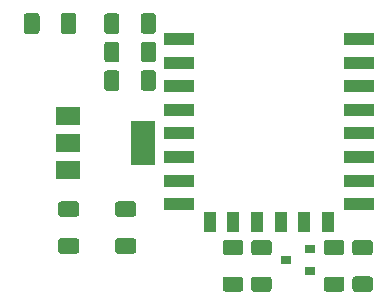
<source format=gbr>
%TF.GenerationSoftware,KiCad,Pcbnew,(5.1.9)-1*%
%TF.CreationDate,2021-10-08T16:41:08-07:00*%
%TF.ProjectId,LED-Controller-ESP-12F,4c45442d-436f-46e7-9472-6f6c6c65722d,A*%
%TF.SameCoordinates,Original*%
%TF.FileFunction,Paste,Top*%
%TF.FilePolarity,Positive*%
%FSLAX46Y46*%
G04 Gerber Fmt 4.6, Leading zero omitted, Abs format (unit mm)*
G04 Created by KiCad (PCBNEW (5.1.9)-1) date 2021-10-08 16:41:08*
%MOMM*%
%LPD*%
G01*
G04 APERTURE LIST*
%ADD10R,2.000000X1.500000*%
%ADD11R,2.000000X3.800000*%
%ADD12R,0.900000X0.800000*%
%ADD13R,2.500000X1.000000*%
%ADD14R,1.000000X1.800000*%
G04 APERTURE END LIST*
%TO.C,R7*%
G36*
G01*
X117420500Y-107813001D02*
X117420500Y-106562999D01*
G75*
G02*
X117670499Y-106313000I249999J0D01*
G01*
X118470501Y-106313000D01*
G75*
G02*
X118720500Y-106562999I0J-249999D01*
G01*
X118720500Y-107813001D01*
G75*
G02*
X118470501Y-108063000I-249999J0D01*
G01*
X117670499Y-108063000D01*
G75*
G02*
X117420500Y-107813001I0J249999D01*
G01*
G37*
G36*
G01*
X114320500Y-107813001D02*
X114320500Y-106562999D01*
G75*
G02*
X114570499Y-106313000I249999J0D01*
G01*
X115370501Y-106313000D01*
G75*
G02*
X115620500Y-106562999I0J-249999D01*
G01*
X115620500Y-107813001D01*
G75*
G02*
X115370501Y-108063000I-249999J0D01*
G01*
X114570499Y-108063000D01*
G75*
G02*
X114320500Y-107813001I0J249999D01*
G01*
G37*
%TD*%
%TO.C,R6*%
G36*
G01*
X135582499Y-128598500D02*
X136832501Y-128598500D01*
G75*
G02*
X137082500Y-128848499I0J-249999D01*
G01*
X137082500Y-129648501D01*
G75*
G02*
X136832501Y-129898500I-249999J0D01*
G01*
X135582499Y-129898500D01*
G75*
G02*
X135332500Y-129648501I0J249999D01*
G01*
X135332500Y-128848499D01*
G75*
G02*
X135582499Y-128598500I249999J0D01*
G01*
G37*
G36*
G01*
X135582499Y-125498500D02*
X136832501Y-125498500D01*
G75*
G02*
X137082500Y-125748499I0J-249999D01*
G01*
X137082500Y-126548501D01*
G75*
G02*
X136832501Y-126798500I-249999J0D01*
G01*
X135582499Y-126798500D01*
G75*
G02*
X135332500Y-126548501I0J249999D01*
G01*
X135332500Y-125748499D01*
G75*
G02*
X135582499Y-125498500I249999J0D01*
G01*
G37*
%TD*%
%TO.C,R5*%
G36*
G01*
X125847001Y-126800500D02*
X124596999Y-126800500D01*
G75*
G02*
X124347000Y-126550501I0J249999D01*
G01*
X124347000Y-125750499D01*
G75*
G02*
X124596999Y-125500500I249999J0D01*
G01*
X125847001Y-125500500D01*
G75*
G02*
X126097000Y-125750499I0J-249999D01*
G01*
X126097000Y-126550501D01*
G75*
G02*
X125847001Y-126800500I-249999J0D01*
G01*
G37*
G36*
G01*
X125847001Y-129900500D02*
X124596999Y-129900500D01*
G75*
G02*
X124347000Y-129650501I0J249999D01*
G01*
X124347000Y-128850499D01*
G75*
G02*
X124596999Y-128600500I249999J0D01*
G01*
X125847001Y-128600500D01*
G75*
G02*
X126097000Y-128850499I0J-249999D01*
G01*
X126097000Y-129650501D01*
G75*
G02*
X125847001Y-129900500I-249999J0D01*
G01*
G37*
%TD*%
%TO.C,R4*%
G36*
G01*
X128260001Y-126800500D02*
X127009999Y-126800500D01*
G75*
G02*
X126760000Y-126550501I0J249999D01*
G01*
X126760000Y-125750499D01*
G75*
G02*
X127009999Y-125500500I249999J0D01*
G01*
X128260001Y-125500500D01*
G75*
G02*
X128510000Y-125750499I0J-249999D01*
G01*
X128510000Y-126550501D01*
G75*
G02*
X128260001Y-126800500I-249999J0D01*
G01*
G37*
G36*
G01*
X128260001Y-129900500D02*
X127009999Y-129900500D01*
G75*
G02*
X126760000Y-129650501I0J249999D01*
G01*
X126760000Y-128850499D01*
G75*
G02*
X127009999Y-128600500I249999J0D01*
G01*
X128260001Y-128600500D01*
G75*
G02*
X128510000Y-128850499I0J-249999D01*
G01*
X128510000Y-129650501D01*
G75*
G02*
X128260001Y-129900500I-249999J0D01*
G01*
G37*
%TD*%
%TO.C,R3*%
G36*
G01*
X134419501Y-126800500D02*
X133169499Y-126800500D01*
G75*
G02*
X132919500Y-126550501I0J249999D01*
G01*
X132919500Y-125750499D01*
G75*
G02*
X133169499Y-125500500I249999J0D01*
G01*
X134419501Y-125500500D01*
G75*
G02*
X134669500Y-125750499I0J-249999D01*
G01*
X134669500Y-126550501D01*
G75*
G02*
X134419501Y-126800500I-249999J0D01*
G01*
G37*
G36*
G01*
X134419501Y-129900500D02*
X133169499Y-129900500D01*
G75*
G02*
X132919500Y-129650501I0J249999D01*
G01*
X132919500Y-128850499D01*
G75*
G02*
X133169499Y-128600500I249999J0D01*
G01*
X134419501Y-128600500D01*
G75*
G02*
X134669500Y-128850499I0J-249999D01*
G01*
X134669500Y-129650501D01*
G75*
G02*
X134419501Y-129900500I-249999J0D01*
G01*
G37*
%TD*%
%TO.C,R2*%
G36*
G01*
X117420500Y-110226001D02*
X117420500Y-108975999D01*
G75*
G02*
X117670499Y-108726000I249999J0D01*
G01*
X118470501Y-108726000D01*
G75*
G02*
X118720500Y-108975999I0J-249999D01*
G01*
X118720500Y-110226001D01*
G75*
G02*
X118470501Y-110476000I-249999J0D01*
G01*
X117670499Y-110476000D01*
G75*
G02*
X117420500Y-110226001I0J249999D01*
G01*
G37*
G36*
G01*
X114320500Y-110226001D02*
X114320500Y-108975999D01*
G75*
G02*
X114570499Y-108726000I249999J0D01*
G01*
X115370501Y-108726000D01*
G75*
G02*
X115620500Y-108975999I0J-249999D01*
G01*
X115620500Y-110226001D01*
G75*
G02*
X115370501Y-110476000I-249999J0D01*
G01*
X114570499Y-110476000D01*
G75*
G02*
X114320500Y-110226001I0J249999D01*
G01*
G37*
%TD*%
%TO.C,R1*%
G36*
G01*
X117420500Y-112639001D02*
X117420500Y-111388999D01*
G75*
G02*
X117670499Y-111139000I249999J0D01*
G01*
X118470501Y-111139000D01*
G75*
G02*
X118720500Y-111388999I0J-249999D01*
G01*
X118720500Y-112639001D01*
G75*
G02*
X118470501Y-112889000I-249999J0D01*
G01*
X117670499Y-112889000D01*
G75*
G02*
X117420500Y-112639001I0J249999D01*
G01*
G37*
G36*
G01*
X114320500Y-112639001D02*
X114320500Y-111388999D01*
G75*
G02*
X114570499Y-111139000I249999J0D01*
G01*
X115370501Y-111139000D01*
G75*
G02*
X115620500Y-111388999I0J-249999D01*
G01*
X115620500Y-112639001D01*
G75*
G02*
X115370501Y-112889000I-249999J0D01*
G01*
X114570499Y-112889000D01*
G75*
G02*
X114320500Y-112639001I0J249999D01*
G01*
G37*
%TD*%
D10*
%TO.C,U1*%
X111277000Y-114984500D03*
X111277000Y-119584500D03*
X111277000Y-117284500D03*
D11*
X117577000Y-117284500D03*
%TD*%
%TO.C,C2*%
G36*
G01*
X115491498Y-125360000D02*
X116791502Y-125360000D01*
G75*
G02*
X117041500Y-125609998I0J-249998D01*
G01*
X117041500Y-126435002D01*
G75*
G02*
X116791502Y-126685000I-249998J0D01*
G01*
X115491498Y-126685000D01*
G75*
G02*
X115241500Y-126435002I0J249998D01*
G01*
X115241500Y-125609998D01*
G75*
G02*
X115491498Y-125360000I249998J0D01*
G01*
G37*
G36*
G01*
X115491498Y-122235000D02*
X116791502Y-122235000D01*
G75*
G02*
X117041500Y-122484998I0J-249998D01*
G01*
X117041500Y-123310002D01*
G75*
G02*
X116791502Y-123560000I-249998J0D01*
G01*
X115491498Y-123560000D01*
G75*
G02*
X115241500Y-123310002I0J249998D01*
G01*
X115241500Y-122484998D01*
G75*
G02*
X115491498Y-122235000I249998J0D01*
G01*
G37*
%TD*%
%TO.C,C1*%
G36*
G01*
X110665498Y-125360000D02*
X111965502Y-125360000D01*
G75*
G02*
X112215500Y-125609998I0J-249998D01*
G01*
X112215500Y-126435002D01*
G75*
G02*
X111965502Y-126685000I-249998J0D01*
G01*
X110665498Y-126685000D01*
G75*
G02*
X110415500Y-126435002I0J249998D01*
G01*
X110415500Y-125609998D01*
G75*
G02*
X110665498Y-125360000I249998J0D01*
G01*
G37*
G36*
G01*
X110665498Y-122235000D02*
X111965502Y-122235000D01*
G75*
G02*
X112215500Y-122484998I0J-249998D01*
G01*
X112215500Y-123310002D01*
G75*
G02*
X111965502Y-123560000I-249998J0D01*
G01*
X110665498Y-123560000D01*
G75*
G02*
X110415500Y-123310002I0J249998D01*
G01*
X110415500Y-122484998D01*
G75*
G02*
X110665498Y-122235000I249998J0D01*
G01*
G37*
%TD*%
D12*
%TO.C,Q1*%
X131746500Y-128140500D03*
X131746500Y-126240500D03*
X129746500Y-127190500D03*
%TD*%
D13*
%TO.C,U2*%
X120664501Y-108483501D03*
X120664501Y-110483501D03*
X120664501Y-112483501D03*
X120664501Y-114483501D03*
X120664501Y-116483501D03*
X120664501Y-118483501D03*
X120664501Y-120483501D03*
X120664501Y-122483501D03*
D14*
X123264501Y-123983501D03*
X125264501Y-123983501D03*
X127264501Y-123983501D03*
X129264501Y-123983501D03*
X131264501Y-123983501D03*
X133264501Y-123983501D03*
D13*
X135864501Y-122483501D03*
X135864501Y-120483501D03*
X135864501Y-118483501D03*
X135864501Y-116483501D03*
X135864501Y-114483501D03*
X135864501Y-112483501D03*
X135864501Y-110483501D03*
X135864501Y-108483501D03*
%TD*%
%TO.C,C3*%
G36*
G01*
X107528000Y-107838001D02*
X107528000Y-106537999D01*
G75*
G02*
X107777999Y-106288000I249999J0D01*
G01*
X108603001Y-106288000D01*
G75*
G02*
X108853000Y-106537999I0J-249999D01*
G01*
X108853000Y-107838001D01*
G75*
G02*
X108603001Y-108088000I-249999J0D01*
G01*
X107777999Y-108088000D01*
G75*
G02*
X107528000Y-107838001I0J249999D01*
G01*
G37*
G36*
G01*
X110653000Y-107838001D02*
X110653000Y-106537999D01*
G75*
G02*
X110902999Y-106288000I249999J0D01*
G01*
X111728001Y-106288000D01*
G75*
G02*
X111978000Y-106537999I0J-249999D01*
G01*
X111978000Y-107838001D01*
G75*
G02*
X111728001Y-108088000I-249999J0D01*
G01*
X110902999Y-108088000D01*
G75*
G02*
X110653000Y-107838001I0J249999D01*
G01*
G37*
%TD*%
M02*

</source>
